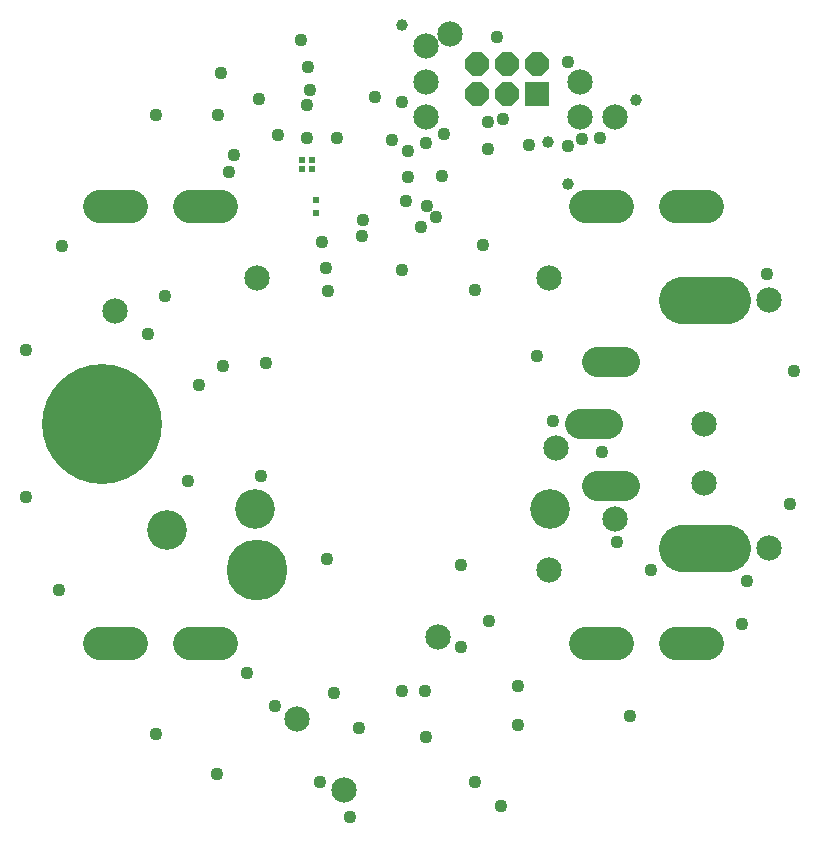
<source format=gbs>
G75*
%MOIN*%
%OFA0B0*%
%FSLAX24Y24*%
%IPPOS*%
%LPD*%
%AMOC8*
5,1,8,0,0,1.08239X$1,22.5*
%
%ADD10C,0.1320*%
%ADD11C,0.3997*%
%ADD12C,0.1005*%
%ADD13C,0.1562*%
%ADD14R,0.0800X0.0800*%
%ADD15OC8,0.0800*%
%ADD16C,0.1110*%
%ADD17C,0.0847*%
%ADD18C,0.2029*%
%ADD19C,0.0397*%
%ADD20C,0.0436*%
%ADD21C,0.0239*%
D10*
X006086Y010416D03*
X009040Y011130D03*
X018880Y011130D03*
D11*
X003920Y013960D03*
D12*
X019865Y013960D02*
X020810Y013960D01*
X020420Y016026D02*
X021365Y016026D01*
X021365Y011893D02*
X020420Y011893D01*
D13*
X023248Y009826D02*
X024750Y009826D01*
X024750Y018093D02*
X023248Y018093D01*
D14*
X018424Y024956D03*
D15*
X018424Y025956D03*
X017424Y025956D03*
X016424Y025956D03*
X016424Y024956D03*
X017424Y024956D03*
D16*
X020035Y021243D02*
X021085Y021243D01*
X023035Y021243D02*
X024085Y021243D01*
X024085Y006676D02*
X023035Y006676D01*
X021085Y006676D02*
X020035Y006676D01*
X007885Y006676D02*
X006835Y006676D01*
X004885Y006676D02*
X003835Y006676D01*
X003835Y021243D02*
X004885Y021243D01*
X006835Y021243D02*
X007885Y021243D01*
D17*
X009090Y018830D03*
X004353Y017739D03*
X014747Y024196D03*
X014747Y025377D03*
X014747Y026558D03*
X015534Y026952D03*
X019865Y025377D03*
X019865Y024196D03*
X021046Y024196D03*
X018830Y018830D03*
X023999Y013960D03*
X023999Y011991D03*
X026164Y009826D03*
X021046Y010810D03*
X018830Y009090D03*
X015141Y006873D03*
X010416Y004117D03*
X011991Y001755D03*
X019078Y013172D03*
X026164Y018093D03*
D18*
X009090Y009090D03*
D19*
X019471Y021952D03*
X018802Y023349D03*
X021715Y024767D03*
X013920Y027247D03*
D20*
X005731Y003625D03*
X007778Y002306D03*
X009708Y004550D03*
X008763Y005652D03*
X011656Y004983D03*
X012503Y003841D03*
X013920Y005062D03*
X014708Y005062D03*
X015889Y006519D03*
X016834Y007385D03*
X015908Y009274D03*
X017798Y005219D03*
X017798Y003920D03*
X016361Y002030D03*
X017247Y001243D03*
X014727Y003526D03*
X012188Y000849D03*
X011204Y002030D03*
X011420Y009471D03*
X009215Y012227D03*
X006794Y012070D03*
X007168Y015259D03*
X007956Y015889D03*
X009393Y015987D03*
X011479Y018389D03*
X011400Y019176D03*
X011263Y020023D03*
X012601Y020219D03*
X012621Y020771D03*
X014078Y021400D03*
X014749Y021241D03*
X015062Y020849D03*
X014550Y020515D03*
X013920Y019097D03*
X016361Y018428D03*
X016637Y019924D03*
X015259Y022227D03*
X014747Y023330D03*
X015337Y023625D03*
X014117Y023054D03*
X013605Y023428D03*
X014117Y022188D03*
X011755Y023487D03*
X010771Y023487D03*
X009786Y023586D03*
X009156Y024806D03*
X007798Y024274D03*
X008330Y022916D03*
X008172Y022365D03*
X005731Y024255D03*
X007897Y025672D03*
X010578Y026751D03*
X010810Y025869D03*
X010849Y025101D03*
X010771Y024609D03*
X013015Y024845D03*
X013920Y024688D03*
X016794Y024019D03*
X017306Y024117D03*
X018172Y023251D03*
X019471Y023211D03*
X019944Y023467D03*
X020534Y023487D03*
X019471Y026026D03*
X017109Y026853D03*
X016794Y023113D03*
X018428Y016243D03*
X018960Y014058D03*
X020593Y013015D03*
X021086Y010023D03*
X022227Y009078D03*
X025278Y007306D03*
X025436Y008743D03*
X026853Y011282D03*
X027011Y015731D03*
X026105Y018960D03*
X021538Y004235D03*
X006026Y018211D03*
X005475Y016952D03*
X002582Y019885D03*
X001400Y016420D03*
X001400Y011538D03*
X002503Y008428D03*
D21*
X011066Y021007D03*
X011066Y021440D03*
X010928Y022444D03*
X010928Y022759D03*
X010613Y022759D03*
X010613Y022444D03*
M02*

</source>
